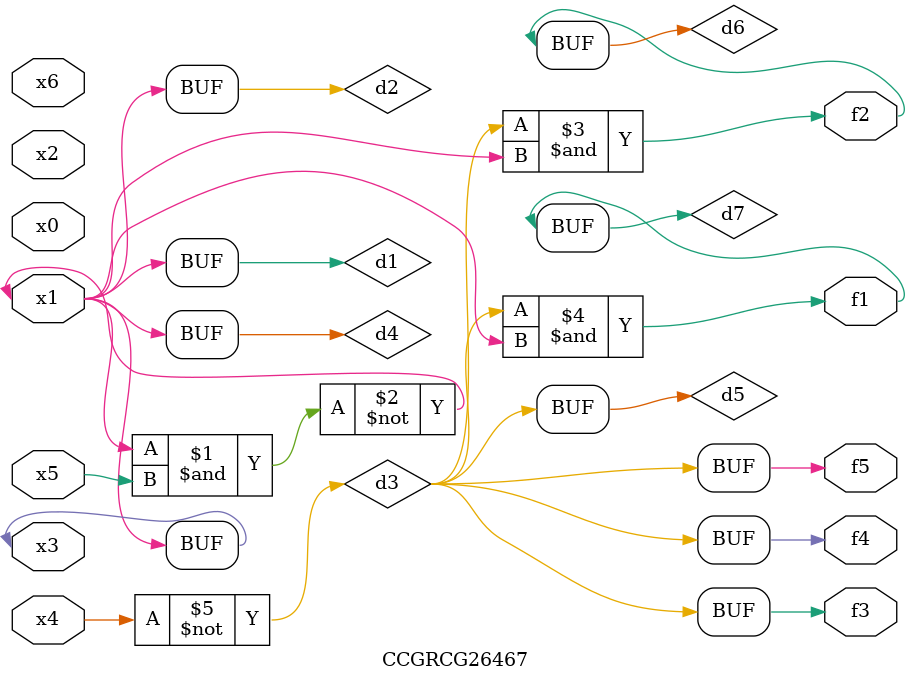
<source format=v>
module CCGRCG26467(
	input x0, x1, x2, x3, x4, x5, x6,
	output f1, f2, f3, f4, f5
);

	wire d1, d2, d3, d4, d5, d6, d7;

	buf (d1, x1, x3);
	nand (d2, x1, x5);
	not (d3, x4);
	buf (d4, d1, d2);
	buf (d5, d3);
	and (d6, d3, d4);
	and (d7, d3, d4);
	assign f1 = d7;
	assign f2 = d6;
	assign f3 = d5;
	assign f4 = d5;
	assign f5 = d5;
endmodule

</source>
